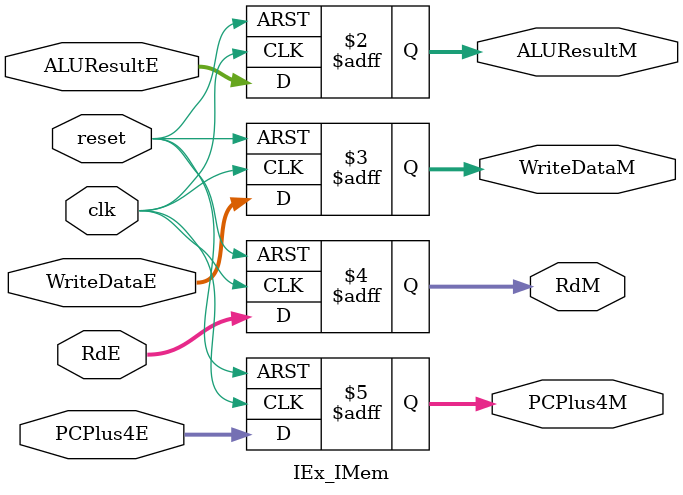
<source format=sv>
module IEx_IMem(input logic clk, reset,
                input logic [31:0] ALUResultE, WriteDataE, 
                input logic [4:0] RdE, 
                input logic [31:0] PCPlus4E,
                output logic [31:0] ALUResultM, WriteDataM,
                output logic [4:0] RdM, 
                output logic [31:0] PCPlus4M);

always_ff @( posedge clk, posedge reset ) begin 
    if (reset) begin
        ALUResultM <= 0;
        WriteDataM <= 0;
        RdM <= 0; 
        PCPlus4M <= 0;
    end

    else begin
        ALUResultM <= ALUResultE;
        WriteDataM <= WriteDataE;
        RdM <= RdE; 
        PCPlus4M <= PCPlus4E;        
    end
    
end

endmodule


</source>
